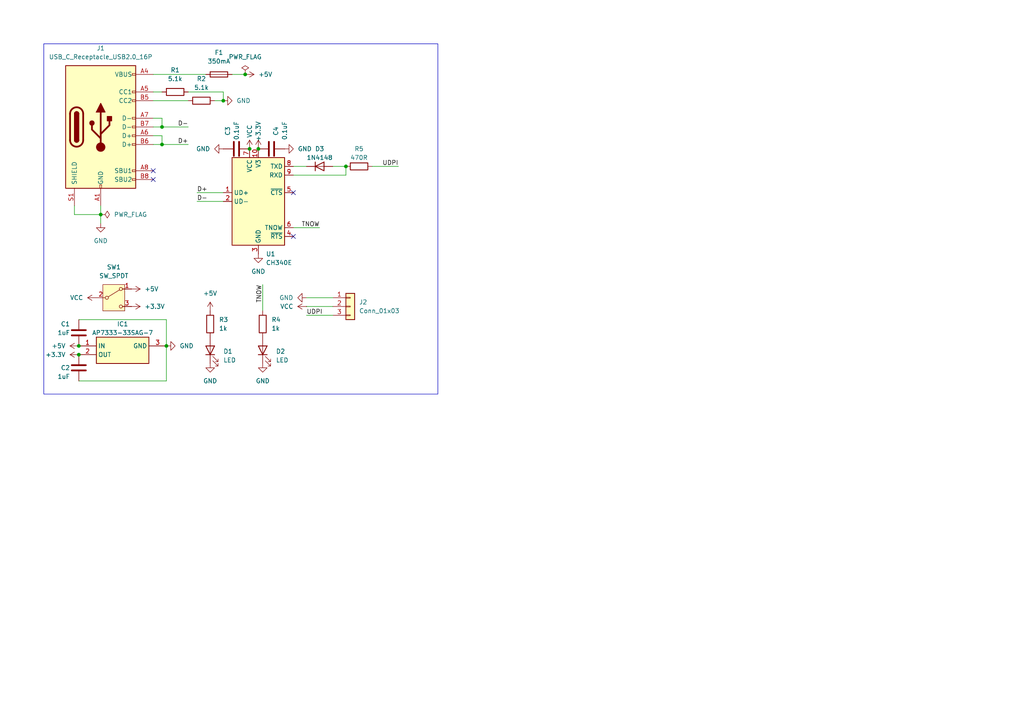
<source format=kicad_sch>
(kicad_sch (version 20231120) (generator "eeschema") (generator_version "8.0")
  (paper "A4")
  (title_block (title "UDPI_Programmer") (date "2024-06-30") (company "yukuyuku4123") (comment 1 "https://twitter.com/yukuyuku4123") (comment 2 "https://github.com/zukki4123"))
  (lib_symbols
    (symbol "Connector:USB_C_Receptacle_USB2.0_16P" (pin_names (offset 1.016))
      (property "Reference" "J" (at 0 22.225 0))
      (property "Value" "USB_C_Receptacle_USB2.0_16P" (at 0 19.685 0))
      (symbol "USB_C_Receptacle_USB2.0_16P_0_0"
        (rectangle (start -0.254 -17.78) (end 0.254 -16.764))
        (rectangle (start 10.16 -14.986) (end 9.144 -15.494))
        (rectangle (start 10.16 -12.446) (end 9.144 -12.954))
        (rectangle (start 10.16 -4.826) (end 9.144 -5.334))
        (rectangle (start 10.16 -2.286) (end 9.144 -2.794))
        (rectangle (start 10.16 0.254) (end 9.144 -0.254))
        (rectangle (start 10.16 2.794) (end 9.144 2.286))
        (rectangle (start 10.16 7.874) (end 9.144 7.366))
        (rectangle (start 10.16 10.414) (end 9.144 9.906))
        (rectangle (start 10.16 15.494) (end 9.144 14.986))
      )
      (symbol "USB_C_Receptacle_USB2.0_16P_0_1"
        (rectangle (start -10.16 17.78) (end 10.16 -17.78) (stroke (width 0.254)) (fill (type background)))
        (arc (start -8.89 -3.81) (mid -6.985 -5.7067) (end -5.08 -3.81) (stroke (width 0.508)))
        (arc (start -7.62 -3.81) (mid -6.985 -4.4423) (end -6.35 -3.81) (stroke (width 0.254)))
        (arc (start -7.62 -3.81) (mid -6.985 -4.4423) (end -6.35 -3.81) (stroke (width 0.254)) (fill (type outline)))
        (rectangle (start -7.62 -3.81) (end -6.35 3.81) (stroke (width 0.254)) (fill (type outline)))
        (arc (start -6.35 3.81) (mid -6.985 4.4423) (end -7.62 3.81) (stroke (width 0.254)))
        (arc (start -6.35 3.81) (mid -6.985 4.4423) (end -7.62 3.81) (stroke (width 0.254)) (fill (type outline)))
        (arc (start -5.08 3.81) (mid -6.985 5.7067) (end -8.89 3.81) (stroke (width 0.508)))
        (circle (center -2.54 1.143) (radius 0.635) (stroke (width 0.254)) (fill (type outline)))
        (circle (center 0 -5.842) (radius 1.27) (fill (type outline)))
        (polyline (pts (xy -8.89 -3.81) (xy -8.89 3.81)) (stroke (width 0.508)))
        (polyline (pts (xy -5.08 3.81) (xy -5.08 -3.81)) (stroke (width 0.508)))
        (polyline (pts (xy 0 -5.842) (xy 0 4.318)) (stroke (width 0.508)))
        (polyline (pts (xy 0 -3.302) (xy -2.54 -0.762) (xy -2.54 0.508)) (stroke (width 0.508)))
        (polyline (pts (xy 0 -2.032) (xy 2.54 0.508) (xy 2.54 1.778)) (stroke (width 0.508)))
        (polyline (pts (xy -1.27 4.318) (xy 0 6.858) (xy 1.27 4.318) (xy -1.27 4.318)) (stroke (width 0.254)) (fill (type outline)))
        (rectangle (start 1.905 1.778) (end 3.175 3.048) (stroke (width 0.254)) (fill (type outline)))
      )
      (symbol "USB_C_Receptacle_USB2.0_16P_1_1"
        (pin passive line (at 0 -22.86 90) (length 5.08) (name "GND") (number "A1"))
        (pin passive line (at 0 -22.86 90) (length 5.08) hide (name "GND") (number "A12"))
        (pin passive line (at 15.24 15.24 180) (length 5.08) (name "VBUS") (number "A4"))
        (pin bidirectional line (at 15.24 10.16 180) (length 5.08) (name "CC1") (number "A5"))
        (pin bidirectional line (at 15.24 -2.54 180) (length 5.08) (name "D+") (number "A6"))
        (pin bidirectional line (at 15.24 2.54 180) (length 5.08) (name "D-") (number "A7"))
        (pin bidirectional line (at 15.24 -12.7 180) (length 5.08) (name "SBU1") (number "A8"))
        (pin passive line (at 15.24 15.24 180) (length 5.08) hide (name "VBUS") (number "A9"))
        (pin passive line (at 0 -22.86 90) (length 5.08) hide (name "GND") (number "B1"))
        (pin passive line (at 0 -22.86 90) (length 5.08) hide (name "GND") (number "B12"))
        (pin passive line (at 15.24 15.24 180) (length 5.08) hide (name "VBUS") (number "B4"))
        (pin bidirectional line (at 15.24 7.62 180) (length 5.08) (name "CC2") (number "B5"))
        (pin bidirectional line (at 15.24 -5.08 180) (length 5.08) (name "D+") (number "B6"))
        (pin bidirectional line (at 15.24 0 180) (length 5.08) (name "D-") (number "B7"))
        (pin bidirectional line (at 15.24 -15.24 180) (length 5.08) (name "SBU2") (number "B8"))
        (pin passive line (at 15.24 15.24 180) (length 5.08) hide (name "VBUS") (number "B9"))
        (pin passive line (at -7.62 -22.86 90) (length 5.08) (name "SHIELD") (number "S1"))
      )
    )
    (symbol "Connector_Generic:Conn_01x03" (pin_names (offset 1.016) hide)
      (property "Reference" "J" (at 0 5.08 0))
      (property "Value" "Conn_01x03" (at 0 -5.08 0))
      (symbol "Conn_01x03_1_1"
        (rectangle (start -1.27 -2.413) (end 0 -2.667) (stroke (width 0.1524)))
        (rectangle (start -1.27 0.127) (end 0 -0.127) (stroke (width 0.1524)))
        (rectangle (start -1.27 2.667) (end 0 2.413) (stroke (width 0.1524)))
        (rectangle (start -1.27 3.81) (end 1.27 -3.81) (stroke (width 0.254)) (fill (type background)))
        (pin passive line (at -5.08 2.54 0) (length 3.81) (name "Pin_1") (number "1"))
        (pin passive line (at -5.08 0 0) (length 3.81) (name "Pin_2") (number "2"))
        (pin passive line (at -5.08 -2.54 0) (length 3.81) (name "Pin_3") (number "3"))
      )
    )
    (symbol "Device:C" (pin_numbers hide) (pin_names (offset 0.254))
      (property "Reference" "C" (at 0.635 2.54 0))
      (property "Value" "C" (at 0.635 -2.54 0))
      (symbol "C_0_1"
        (polyline (pts (xy -2.032 -0.762) (xy 2.032 -0.762)) (stroke (width 0.508)))
        (polyline (pts (xy -2.032 0.762) (xy 2.032 0.762)) (stroke (width 0.508)))
      )
      (symbol "C_1_1"
        (pin passive line (at 0 3.81 270) (length 2.794) (name "~") (number "1"))
        (pin passive line (at 0 -3.81 90) (length 2.794) (name "~") (number "2"))
      )
    )
    (symbol "Device:D" (pin_numbers hide) (pin_names (offset 1.016) hide)
      (property "Reference" "D" (at 0 2.54 0))
      (property "Value" "D" (at 0 -2.54 0))
      (symbol "D_0_1"
        (polyline (pts (xy -1.27 1.27) (xy -1.27 -1.27)) (stroke (width 0.254)))
        (polyline (pts (xy 1.27 0) (xy -1.27 0)))
        (polyline (pts (xy 1.27 1.27) (xy 1.27 -1.27) (xy -1.27 0) (xy 1.27 1.27)) (stroke (width 0.254)))
      )
      (symbol "D_1_1"
        (pin passive line (at -3.81 0 0) (length 2.54) (name "K") (number "1"))
        (pin passive line (at 3.81 0 180) (length 2.54) (name "A") (number "2"))
      )
    )
    (symbol "Device:Fuse" (pin_numbers hide) (pin_names (offset 0))
      (property "Reference" "F" (at 2.032 0 90))
      (property "Value" "Fuse" (at -1.905 0 90))
      (symbol "Fuse_0_1"
        (rectangle (start -0.762 -2.54) (end 0.762 2.54) (stroke (width 0.254)))
        (polyline (pts (xy 0 2.54) (xy 0 -2.54)))
      )
      (symbol "Fuse_1_1"
        (pin passive line (at 0 3.81 270) (length 1.27) (name "~") (number "1"))
        (pin passive line (at 0 -3.81 90) (length 1.27) (name "~") (number "2"))
      )
    )
    (symbol "Device:LED" (pin_numbers hide) (pin_names (offset 1.016) hide)
      (property "Reference" "D" (at 0 2.54 0))
      (property "Value" "LED" (at 0 -2.54 0))
      (symbol "LED_0_1"
        (polyline (pts (xy -1.27 -1.27) (xy -1.27 1.27)) (stroke (width 0.254)))
        (polyline (pts (xy -1.27 0) (xy 1.27 0)))
        (polyline (pts (xy 1.27 -1.27) (xy 1.27 1.27) (xy -1.27 0) (xy 1.27 -1.27)) (stroke (width 0.254)))
        (polyline (pts (xy -3.048 -0.762) (xy -4.572 -2.286) (xy -3.81 -2.286) (xy -4.572 -2.286) (xy -4.572 -1.524)))
        (polyline (pts (xy -1.778 -0.762) (xy -3.302 -2.286) (xy -2.54 -2.286) (xy -3.302 -2.286) (xy -3.302 -1.524)))
      )
      (symbol "LED_1_1"
        (pin passive line (at -3.81 0 0) (length 2.54) (name "K") (number "1"))
        (pin passive line (at 3.81 0 180) (length 2.54) (name "A") (number "2"))
      )
    )
    (symbol "Device:R" (pin_numbers hide) (pin_names (offset 0))
      (property "Reference" "R" (at 2.032 0 90))
      (property "Value" "R" (at 0 0 90))
      (symbol "R_0_1"
        (rectangle (start -1.016 -2.54) (end 1.016 2.54) (stroke (width 0.254)))
      )
      (symbol "R_1_1"
        (pin passive line (at 0 3.81 270) (length 1.27) (name "~") (number "1"))
        (pin passive line (at 0 -3.81 90) (length 1.27) (name "~") (number "2"))
      )
    )
    (symbol "Interface_USB:CH340E"
      (property "Reference" "U" (at -5.08 13.97 0))
      (property "Value" "CH340E" (at 1.27 13.97 0))
      (symbol "CH340E_0_1"
        (rectangle (start -7.62 12.7) (end 7.62 -12.7) (stroke (width 0.254)) (fill (type background)))
      )
      (symbol "CH340E_1_1"
        (pin bidirectional line (at -10.16 2.54 0) (length 2.54) (name "UD+") (number "1"))
        (pin power_out line (at 0 15.24 270) (length 2.54) (name "V3") (number "10"))
        (pin bidirectional line (at -10.16 0 0) (length 2.54) (name "UD-") (number "2"))
        (pin power_in line (at 0 -15.24 90) (length 2.54) (name "GND") (number "3"))
        (pin output line (at 10.16 -10.16 180) (length 2.54) (name "~{RTS}") (number "4"))
        (pin input line (at 10.16 2.54 180) (length 2.54) (name "~{CTS}") (number "5"))
        (pin output line (at 10.16 -7.62 180) (length 2.54) (name "TNOW") (number "6"))
        (pin power_in line (at -2.54 15.24 270) (length 2.54) (name "VCC") (number "7"))
        (pin output line (at 10.16 10.16 180) (length 2.54) (name "TXD") (number "8"))
        (pin input line (at 10.16 7.62 180) (length 2.54) (name "RXD") (number "9"))
      )
    )
    (symbol "SamacSys_Parts:AP7333-33SAG-7"
      (property "Reference" "IC" (at 21.59 7.62 0))
      (property "Value" "AP7333-33SAG-7" (at 21.59 5.08 0))
      (symbol "AP7333-33SAG-7_1_1"
        (rectangle (start 5.08 2.54) (end 20.32 -5.08) (stroke (width 0.254)) (fill (type background)))
        (pin passive line (at 0 0 0) (length 5.08) (name "IN") (number "1"))
        (pin passive line (at 0 -2.54 0) (length 5.08) (name "OUT") (number "2"))
        (pin passive line (at 25.4 0 180) (length 5.08) (name "GND") (number "3"))
      )
    )
    (symbol "Switch:SW_SPDT" (pin_names (offset 0) hide)
      (property "Reference" "SW" (at 0 5.08 0))
      (property "Value" "SW_SPDT" (at 0 -5.08 0))
      (symbol "SW_SPDT_0_1"
        (circle (center -2.032 0) (radius 0.4572))
        (polyline (pts (xy -1.651 0.254) (xy 1.651 2.286)))
        (circle (center 2.032 -2.54) (radius 0.4572))
        (circle (center 2.032 2.54) (radius 0.4572))
      )
      (symbol "SW_SPDT_1_1"
        (rectangle (start -3.175 3.81) (end 3.175 -3.81) (fill (type background)))
        (pin passive line (at 5.08 2.54 180) (length 2.54) (name "A") (number "1"))
        (pin passive line (at -5.08 0 0) (length 2.54) (name "B") (number "2"))
        (pin passive line (at 5.08 -2.54 180) (length 2.54) (name "C") (number "3"))
      )
    )
    (symbol "power:+3.3V" (power) (pin_numbers hide) (pin_names (offset 0) hide)
      (property "Value" "+3.3V" (at 0 3.556 0))
      (symbol "+3.3V_0_1"
        (polyline (pts (xy -0.762 1.27) (xy 0 2.54)))
        (polyline (pts (xy 0 0) (xy 0 2.54)))
        (polyline (pts (xy 0 2.54) (xy 0.762 1.27)))
      )
      (symbol "+3.3V_1_1"
        (pin power_in line (at 0 0 90) (length 0) (name "~") (number "1"))
      )
    )
    (symbol "power:+5V" (power) (pin_numbers hide) (pin_names (offset 0) hide)
      (property "Value" "+5V" (at 0 3.556 0))
      (symbol "+5V_0_1"
        (polyline (pts (xy -0.762 1.27) (xy 0 2.54)))
        (polyline (pts (xy 0 0) (xy 0 2.54)))
        (polyline (pts (xy 0 2.54) (xy 0.762 1.27)))
      )
      (symbol "+5V_1_1"
        (pin power_in line (at 0 0 90) (length 0) (name "~") (number "1"))
      )
    )
    (symbol "power:GND" (power) (pin_numbers hide) (pin_names (offset 0) hide)
      (property "Value" "GND" (at 0 -3.81 0))
      (symbol "GND_0_1"
        (polyline (pts (xy 0 0) (xy 0 -1.27) (xy 1.27 -1.27) (xy 0 -2.54) (xy -1.27 -1.27) (xy 0 -1.27)))
      )
      (symbol "GND_1_1"
        (pin power_in line (at 0 0 270) (length 0) (name "~") (number "1"))
      )
    )
    (symbol "power:PWR_FLAG" (power) (pin_numbers hide) (pin_names (offset 0) hide)
      (property "Value" "PWR_FLAG" (at 0 3.81 0))
      (symbol "PWR_FLAG_0_0"
        (pin power_out line (at 0 0 90) (length 0) (name "~") (number "1"))
      )
      (symbol "PWR_FLAG_0_1"
        (polyline (pts (xy 0 0) (xy 0 1.27) (xy -1.016 1.905) (xy 0 2.54) (xy 1.016 1.905) (xy 0 1.27)))
      )
    )
    (symbol "power:VCC" (power) (pin_numbers hide) (pin_names (offset 0) hide)
      (property "Value" "VCC" (at 0 3.556 0))
      (symbol "VCC_0_1"
        (polyline (pts (xy -0.762 1.27) (xy 0 2.54)))
        (polyline (pts (xy 0 0) (xy 0 2.54)))
        (polyline (pts (xy 0 2.54) (xy 0.762 1.27)))
      )
      (symbol "VCC_1_1"
        (pin power_in line (at 0 0 90) (length 0) (name "~") (number "1"))
      )
    )
  )
  (junction (at 29.21 62.23))
  (junction (at 46.99 41.91))
  (junction (at 100.33 48.26))
  (junction (at 71.12 21.59))
  (junction (at 48.26 100.33))
  (junction (at 22.86 100.33))
  (junction (at 22.86 102.87))
  (junction (at 46.99 36.83))
  (junction (at 72.39 43.18))
  (junction (at 74.93 43.18))
  (junction (at 64.77 29.21))
  (no_connect (at 85.09 68.58))
  (no_connect (at 44.45 49.53))
  (no_connect (at 85.09 55.88))
  (no_connect (at 44.45 52.07))
  (wire (pts (xy 57.15 58.42) (xy 64.77 58.42)))
  (wire (pts (xy 88.9 88.9) (xy 96.52 88.9)))
  (wire (pts (xy 46.99 41.91) (xy 54.61 41.91)))
  (wire (pts (xy 88.9 91.44) (xy 96.52 91.44)))
  (wire (pts (xy 76.2 90.17) (xy 76.2 82.55)))
  (wire (pts (xy 85.09 48.26) (xy 88.9 48.26)))
  (wire (pts (xy 22.86 110.49) (xy 48.26 110.49)))
  (wire (pts (xy 64.77 26.67) (xy 64.77 29.21)))
  (wire (pts (xy 100.33 50.8) (xy 100.33 48.26)))
  (wire (pts (xy 85.09 66.04) (xy 92.71 66.04)))
  (wire (pts (xy 44.45 36.83) (xy 46.99 36.83)))
  (wire (pts (xy 100.33 48.26) (xy 96.52 48.26)))
  (wire (pts (xy 44.45 41.91) (xy 46.99 41.91)))
  (wire (pts (xy 21.59 62.23) (xy 29.21 62.23)))
  (wire (pts (xy 22.86 92.71) (xy 48.26 92.71)))
  (wire (pts (xy 21.59 59.69) (xy 21.59 62.23)))
  (wire (pts (xy 54.61 26.67) (xy 64.77 26.67)))
  (wire (pts (xy 88.9 86.36) (xy 96.52 86.36)))
  (wire (pts (xy 44.45 39.37) (xy 46.99 39.37)))
  (wire (pts (xy 57.15 55.88) (xy 64.77 55.88)))
  (wire (pts (xy 107.95 48.26) (xy 115.57 48.26)))
  (wire (pts (xy 46.99 39.37) (xy 46.99 41.91)))
  (wire (pts (xy 46.99 34.29) (xy 46.99 36.83)))
  (wire (pts (xy 48.26 92.71) (xy 48.26 100.33)))
  (wire (pts (xy 29.21 62.23) (xy 29.21 64.77)))
  (wire (pts (xy 46.99 36.83) (xy 54.61 36.83)))
  (wire (pts (xy 44.45 26.67) (xy 46.99 26.67)))
  (wire (pts (xy 67.31 21.59) (xy 71.12 21.59)))
  (wire (pts (xy 29.21 62.23) (xy 29.21 59.69)))
  (wire (pts (xy 48.26 110.49) (xy 48.26 100.33)))
  (wire (pts (xy 62.23 29.21) (xy 64.77 29.21)))
  (wire (pts (xy 44.45 29.21) (xy 54.61 29.21)))
  (wire (pts (xy 44.45 34.29) (xy 46.99 34.29)))
  (wire (pts (xy 85.09 50.8) (xy 100.33 50.8)))
  (wire (pts (xy 44.45 21.59) (xy 59.69 21.59)))
  (rectangle (start 12.7 12.7) (end 127 114.3))
  (label "D-" (at 54.61 36.83 180))
  (label "UDPI" (at 115.57 48.26 180))
  (label "UDPI" (at 88.9 91.44 0))
  (label "TNOW" (at 76.2 82.55 270))
  (label "D+" (at 54.61 41.91 180))
  (label "TNOW" (at 92.71 66.04 180))
  (label "D+" (at 57.15 55.88 0))
  (label "D-" (at 57.15 58.42 0))
  (symbol (lib_id "Device:R") (at 104.14 48.26 90) (unit 1)
    (property "Reference" "R5" (at 104.14 43.18 90))
    (property "Value" "470R" (at 104.14 45.72 90))
    (property "Footprint" "Resistor_SMD:R_0603_1608Metric" (effects (hide yes)))
    (property "Description" "Resistor" (effects (hide yes)))
  )
  (symbol (lib_id "Device:Fuse") (at 63.5 21.59 90) (unit 1)
    (property "Reference" "F1" (at 63.5 15.24 90))
    (property "Value" "350mA" (at 63.5 17.78 90))
    (property "Footprint" "Fuse:Fuse_0402_1005Metric" (effects (hide yes)))
    (property "Description" "Fuse" (effects (hide yes)))
  )
  (symbol (lib_id "power:VCC") (at 27.94 86.36 90) (unit 1)
    (property "Reference" "#PWR06" (effects (hide yes)))
    (property "Value" "VCC" (at 24.13 86.3599 90) (effects (justify left)))
    (property "Description" "Power symbol creates a global label with name \"VCC\"" (effects (hide yes)))
  )
  (symbol (lib_id "power:GND") (at 88.9 86.36 270) (unit 1)
    (property "Reference" "#PWR019" (effects (hide yes)))
    (property "Value" "GND" (at 85.09 86.3599 90) (effects (justify right)))
    (property "Description" "Power symbol creates a global label with name \"GND\" , ground" (effects (hide yes)))
  )
  (symbol (lib_id "power:+3.3V") (at 74.93 43.18 0) (unit 1)
    (property "Reference" "#PWR016" (effects (hide yes)))
    (property "Value" "+3.3V" (at 74.93 38.1 90))
    (property "Description" "Power symbol creates a global label with name \"+3.3V\"" (effects (hide yes)))
  )
  (symbol (lib_id "Device:C") (at 22.86 106.68 0) (mirror y) (unit 1)
    (property "Reference" "C2" (at 20.32 106.68 0) (effects (justify left)))
    (property "Value" "1uF" (at 20.32 109.22 0) (effects (justify left)))
    (property "Footprint" "Capacitor_SMD:C_0603_1608Metric" (effects (hide yes)))
    (property "Description" "Unpolarized capacitor" (effects (hide yes)))
  )
  (symbol (lib_id "power:+3.3V") (at 38.1 88.9 270) (unit 1)
    (property "Reference" "#PWR08" (effects (hide yes)))
    (property "Value" "+3.3V" (at 41.91 88.8999 90) (effects (justify left)))
    (property "Description" "Power symbol creates a global label with name \"+3.3V\"" (effects (hide yes)))
  )
  (symbol (lib_id "power:+3.3V") (at 22.86 102.87 90) (unit 1)
    (property "Reference" "#PWR05" (effects (hide yes)))
    (property "Value" "+3.3V" (at 19.05 102.8699 90) (effects (justify left)))
    (property "Description" "Power symbol creates a global label with name \"+3.3V\"" (effects (hide yes)))
  )
  (symbol (lib_id "power:+5V") (at 38.1 83.82 270) (unit 1)
    (property "Reference" "#PWR07" (effects (hide yes)))
    (property "Value" "+5V" (at 41.91 83.8199 90) (effects (justify left)))
    (property "Description" "Power symbol creates a global label with name \"+5V\"" (effects (hide yes)))
  )
  (symbol (lib_id "Device:R") (at 76.2 93.98 0) (unit 1)
    (property "Reference" "R4" (at 78.74 92.7099 0) (effects (justify left)))
    (property "Value" "1k" (at 78.74 95.2499 0) (effects (justify left)))
    (property "Footprint" "Resistor_SMD:R_0603_1608Metric" (effects (hide yes)))
    (property "Description" "Resistor" (effects (hide yes)))
  )
  (symbol (lib_id "SamacSys_Parts:AP7333-33SAG-7") (at 22.86 100.33 0) (unit 1)
    (property "Reference" "IC1" (at 35.56 93.98 0))
    (property "Value" "AP7333-33SAG-7" (at 35.56 96.52 0))
    (property "Footprint" "Package_TO_SOT_SMD:TSOT-23" (effects (hide yes)))
    (property "Datasheet" "https://www.diodes.com//assets/Datasheets/AP7333.pdf" (effects (hide yes)))
    (property "Description" "Linear Voltage Regulator IC Positive Fixed 1 Output 300mA SOT-23-3" (effects (hide yes)))
    (property "Height" "1.35" (effects (hide yes)))
    (property "Mouser Part Number" "621-AP7333-33SAG-7" (effects (hide yes)))
    (property "Mouser Price/Stock" "https://www.mouser.co.uk/ProductDetail/Diodes-Incorporated/AP7333-33SAG-7?qs=vIZ3oKQCLxpWqm5zu2HqxA%3D%3D" (effects (hide yes)))
    (property "Manufacturer_Name" "Diodes Incorporated" (effects (hide yes)))
    (property "Manufacturer_Part_Number" "AP7333-33SAG-7" (effects (hide yes)))
  )
  (symbol (lib_id "Device:D") (at 92.71 48.26 0) (unit 1)
    (property "Reference" "D3" (at 92.71 43.18 0))
    (property "Value" "1N4148" (at 92.71 45.72 0))
    (property "Footprint" "Diode_SMD:D_SOD-123" (effects (hide yes)))
    (property "Description" "Diode" (effects (hide yes)))
    (property "Sim.Device" "D" (effects (hide yes)))
    (property "Sim.Pins" "1=K 2=A" (effects (hide yes)))
  )
  (symbol (lib_id "power:GND") (at 74.93 73.66 0) (unit 1)
    (property "Reference" "#PWR012" (effects (hide yes)))
    (property "Value" "GND" (at 74.93 78.74 0))
    (property "Description" "Power symbol creates a global label with name \"GND\" , ground" (effects (hide yes)))
  )
  (symbol (lib_id "power:GND") (at 64.77 29.21 90) (unit 1)
    (property "Reference" "#PWR02" (effects (hide yes)))
    (property "Value" "GND" (at 68.58 29.2099 90) (effects (justify right)))
    (property "Description" "Power symbol creates a global label with name \"GND\" , ground" (effects (hide yes)))
  )
  (symbol (lib_id "power:+5V") (at 60.96 90.17 0) (unit 1)
    (property "Reference" "#PWR010" (effects (hide yes)))
    (property "Value" "+5V" (at 60.96 85.09 0))
    (property "Description" "Power symbol creates a global label with name \"+5V\"" (effects (hide yes)))
  )
  (symbol (lib_id "power:GND") (at 60.96 105.41 0) (unit 1)
    (property "Reference" "#PWR011" (effects (hide yes)))
    (property "Value" "GND" (at 60.96 110.49 0))
    (property "Description" "Power symbol creates a global label with name \"GND\" , ground" (effects (hide yes)))
  )
  (symbol (lib_id "Switch:SW_SPDT") (at 33.02 86.36 0) (unit 1)
    (property "Reference" "SW1" (at 33.02 77.47 0))
    (property "Value" "SW_SPDT" (at 33.02 80.01 0))
    (property "Footprint" "Button_Switch_THT:SW_Slide_SPDT_Angled_CK_OS102011MA1Q" (effects (hide yes)))
    (property "Description" "Switch, single pole double throw" (effects (hide yes)))
  )
  (symbol (lib_id "Device:R") (at 50.8 26.67 270) (unit 1)
    (property "Reference" "R1" (at 50.8 20.32 90))
    (property "Value" "5.1k" (at 50.8 22.86 90))
    (property "Footprint" "Resistor_SMD:R_0603_1608Metric" (effects (hide yes)))
    (property "Description" "Resistor" (effects (hide yes)))
  )
  (symbol (lib_id "Device:R") (at 60.96 93.98 0) (unit 1)
    (property "Reference" "R3" (at 63.5 92.7099 0) (effects (justify left)))
    (property "Value" "1k" (at 63.5 95.2499 0) (effects (justify left)))
    (property "Footprint" "Resistor_SMD:R_0603_1608Metric" (effects (hide yes)))
    (property "Description" "Resistor" (effects (hide yes)))
  )
  (symbol (lib_id "Device:C") (at 22.86 96.52 0) (mirror y) (unit 1)
    (property "Reference" "C1" (at 20.32 93.98 0) (effects (justify left)))
    (property "Value" "1uF" (at 20.32 96.52 0) (effects (justify left)))
    (property "Footprint" "Capacitor_SMD:C_0603_1608Metric" (effects (hide yes)))
    (property "Description" "Unpolarized capacitor" (effects (hide yes)))
  )
  (symbol (lib_id "power:GND") (at 48.26 100.33 90) (unit 1)
    (property "Reference" "#PWR09" (effects (hide yes)))
    (property "Value" "GND" (at 52.07 100.3299 90) (effects (justify right)))
    (property "Description" "Power symbol creates a global label with name \"GND\" , ground" (effects (hide yes)))
  )
  (symbol (lib_id "Interface_USB:CH340E") (at 74.93 58.42 0) (unit 1)
    (property "Reference" "U1" (at 77.1241 73.66 0) (effects (justify left)))
    (property "Value" "CH340E" (at 77.1241 76.2 0) (effects (justify left)))
    (property "Footprint" "Package_SO:MSOP-10_3x3mm_P0.5mm" (effects (hide yes)))
    (property "Datasheet" "https://www.mpja.com/download/35227cpdata.pdf" (effects (hide yes)))
    (property "Description" "USB serial converter, UART, MSOP-10" (effects (hide yes)))
  )
  (symbol (lib_id "Connector_Generic:Conn_01x03") (at 101.6 88.9 0) (unit 1)
    (property "Reference" "J2" (at 104.14 87.6299 0) (effects (justify left)))
    (property "Value" "Conn_01x03" (at 104.14 90.1699 0) (effects (justify left)))
    (property "Footprint" "Connector_PinHeader_2.54mm:PinHeader_1x03_P2.54mm_Vertical" (effects (hide yes)))
    (property "Description" "Generic connector, single row, 01x03, script generated (kicad-library-utils/schlib/autogen/connector/)" (effects (hide yes)))
  )
  (symbol (lib_id "power:GND") (at 64.77 43.18 270) (unit 1)
    (property "Reference" "#PWR013" (effects (hide yes)))
    (property "Value" "GND" (at 60.96 43.1799 90) (effects (justify right)))
    (property "Description" "Power symbol creates a global label with name \"GND\" , ground" (effects (hide yes)))
  )
  (symbol (lib_id "power:GND") (at 82.55 43.18 90) (unit 1)
    (property "Reference" "#PWR014" (effects (hide yes)))
    (property "Value" "GND" (at 86.36 43.1799 90) (effects (justify right)))
    (property "Description" "Power symbol creates a global label with name \"GND\" , ground" (effects (hide yes)))
  )
  (symbol (lib_id "power:GND") (at 29.21 64.77 0) (unit 1)
    (property "Reference" "#PWR01" (effects (hide yes)))
    (property "Value" "GND" (at 29.21 69.85 0))
    (property "Description" "Power symbol creates a global label with name \"GND\" , ground" (effects (hide yes)))
  )
  (symbol (lib_id "Connector:USB_C_Receptacle_USB2.0_16P") (at 29.21 36.83 0) (unit 1)
    (property "Reference" "J1" (at 29.21 13.97 0))
    (property "Value" "USB_C_Receptacle_USB2.0_16P" (at 29.21 16.51 0))
    (property "Footprint" "Connector_USB:USB_C_Receptacle_GCT_USB4105-xx-A_16P_TopMnt_Horizontal" (effects (hide yes)))
    (property "Datasheet" "https://www.usb.org/sites/default/files/documents/usb_type-c.zip" (effects (hide yes)))
    (property "Description" "USB 2.0-only 16P Type-C Receptacle connector" (effects (hide yes)))
  )
  (symbol (lib_id "Device:LED") (at 60.96 101.6 90) (unit 1)
    (property "Reference" "D1" (at 64.77 101.9174 90) (effects (justify right)))
    (property "Value" "LED" (at 64.77 104.4574 90) (effects (justify right)))
    (property "Footprint" "LED_SMD:LED_0603_1608Metric" (effects (hide yes)))
    (property "Description" "Light emitting diode" (effects (hide yes)))
  )
  (symbol (lib_id "power:PWR_FLAG") (at 29.21 62.23 270) (unit 1)
    (property "Reference" "#FLG01" (effects (hide yes)))
    (property "Value" "PWR_FLAG" (at 33.02 62.2299 90) (effects (justify left)))
    (property "Description" "Special symbol for telling ERC where power comes from" (effects (hide yes)))
  )
  (symbol (lib_id "Device:R") (at 58.42 29.21 270) (unit 1)
    (property "Reference" "R2" (at 58.42 22.86 90))
    (property "Value" "5.1k" (at 58.42 25.4 90))
    (property "Footprint" "Resistor_SMD:R_0603_1608Metric" (effects (hide yes)))
    (property "Description" "Resistor" (effects (hide yes)))
  )
  (symbol (lib_id "power:+5V") (at 22.86 100.33 90) (unit 1)
    (property "Reference" "#PWR04" (effects (hide yes)))
    (property "Value" "+5V" (at 19.05 100.3299 90) (effects (justify left)))
    (property "Description" "Power symbol creates a global label with name \"+5V\"" (effects (hide yes)))
  )
  (symbol (lib_id "power:VCC") (at 88.9 88.9 90) (unit 1)
    (property "Reference" "#PWR018" (effects (hide yes)))
    (property "Value" "VCC" (at 85.09 88.8999 90) (effects (justify left)))
    (property "Description" "Power symbol creates a global label with name \"VCC\"" (effects (hide yes)))
  )
  (symbol (lib_id "Device:C") (at 68.58 43.18 90) (unit 1)
    (property "Reference" "C3" (at 66.04 39.37 0) (effects (justify left)))
    (property "Value" "0.1uF" (at 68.58 40.64 0) (effects (justify left)))
    (property "Footprint" "Capacitor_SMD:C_0402_1005Metric" (effects (hide yes)))
    (property "Description" "Unpolarized capacitor" (effects (hide yes)))
  )
  (symbol (lib_id "power:PWR_FLAG") (at 71.12 21.59 0) (unit 1)
    (property "Reference" "#FLG02" (effects (hide yes)))
    (property "Value" "PWR_FLAG" (at 71.12 16.51 0))
    (property "Description" "Special symbol for telling ERC where power comes from" (effects (hide yes)))
  )
  (symbol (lib_id "Device:C") (at 78.74 43.18 90) (unit 1)
    (property "Reference" "C4" (at 80.01 39.37 0) (effects (justify left)))
    (property "Value" "0.1uF" (at 82.55 40.64 0) (effects (justify left)))
    (property "Footprint" "Capacitor_SMD:C_0402_1005Metric" (effects (hide yes)))
    (property "Description" "Unpolarized capacitor" (effects (hide yes)))
  )
  (symbol (lib_id "power:VCC") (at 72.39 43.18 0) (unit 1)
    (property "Reference" "#PWR015" (effects (hide yes)))
    (property "Value" "VCC" (at 72.39 38.1 90))
    (property "Description" "Power symbol creates a global label with name \"VCC\"" (effects (hide yes)))
  )
  (symbol (lib_id "power:GND") (at 76.2 105.41 0) (unit 1)
    (property "Reference" "#PWR017" (effects (hide yes)))
    (property "Value" "GND" (at 76.2 110.49 0))
    (property "Description" "Power symbol creates a global label with name \"GND\" , ground" (effects (hide yes)))
  )
  (symbol (lib_id "power:+5V") (at 71.12 21.59 270) (unit 1)
    (property "Reference" "#PWR03" (effects (hide yes)))
    (property "Value" "+5V" (at 74.93 21.5899 90) (effects (justify left)))
    (property "Description" "Power symbol creates a global label with name \"+5V\"" (effects (hide yes)))
  )
  (symbol (lib_id "Device:LED") (at 76.2 101.6 90) (unit 1)
    (property "Reference" "D2" (at 80.01 101.9174 90) (effects (justify right)))
    (property "Value" "LED" (at 80.01 104.4574 90) (effects (justify right)))
    (property "Footprint" "LED_SMD:LED_0603_1608Metric" (effects (hide yes)))
    (property "Description" "Light emitting diode" (effects (hide yes)))
  )
)
</source>
